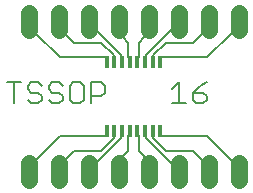
<source format=gtl>
G75*
G70*
%OFA0B0*%
%FSLAX24Y24*%
%IPPOS*%
%LPD*%
%AMOC8*
5,1,8,0,0,1.08239X$1,22.5*
%
%ADD10C,0.0060*%
%ADD11R,0.0120X0.0390*%
%ADD12C,0.0560*%
D10*
X001106Y001108D02*
X001366Y001508D01*
X002146Y002288D01*
X003706Y002288D01*
X003710Y002459D01*
X003966Y002459D02*
X003946Y002288D01*
X003946Y002228D01*
X003526Y001808D01*
X002626Y001808D01*
X002326Y001508D01*
X002106Y001108D01*
X003106Y001108D02*
X003346Y001388D01*
X004186Y002228D01*
X004186Y002288D01*
X004222Y002459D01*
X004478Y002459D02*
X004426Y002288D01*
X004426Y001808D01*
X004246Y001628D01*
X004106Y001108D01*
X004786Y001808D02*
X004966Y001628D01*
X005106Y001108D01*
X005866Y001388D02*
X006106Y001108D01*
X005866Y001388D02*
X005026Y002228D01*
X005026Y002288D01*
X004990Y002459D01*
X005246Y002459D02*
X005266Y002288D01*
X005266Y002228D01*
X005686Y001808D01*
X006586Y001808D01*
X006886Y001508D01*
X007106Y001108D01*
X007846Y001508D02*
X008106Y001108D01*
X007846Y001508D02*
X007066Y002288D01*
X005506Y002288D01*
X005502Y002459D01*
X004786Y002288D02*
X004734Y002459D01*
X004786Y002288D02*
X004786Y001808D01*
X005886Y003388D02*
X006353Y003388D01*
X006119Y003388D02*
X006119Y004089D01*
X005886Y003855D01*
X006586Y003738D02*
X006586Y003505D01*
X006702Y003388D01*
X006936Y003388D01*
X007053Y003505D01*
X007053Y003622D01*
X006936Y003738D01*
X006586Y003738D01*
X006819Y003972D01*
X007053Y004089D01*
X007066Y004928D02*
X007846Y005708D01*
X008106Y006108D01*
X007106Y006108D02*
X006886Y005708D01*
X006586Y005408D01*
X005686Y005408D01*
X005266Y004988D01*
X005266Y004928D01*
X005246Y004757D01*
X004990Y004757D02*
X005026Y004928D01*
X005026Y004988D01*
X005866Y005828D01*
X006106Y006108D01*
X005106Y006108D02*
X004966Y005588D01*
X004786Y005408D01*
X004786Y004928D01*
X004734Y004757D01*
X004478Y004757D02*
X004426Y004928D01*
X004426Y005408D01*
X004246Y005588D01*
X004106Y006108D01*
X003346Y005828D02*
X003106Y006108D01*
X003346Y005828D02*
X004186Y004988D01*
X004186Y004928D01*
X004222Y004757D01*
X003966Y004757D02*
X003946Y004928D01*
X003946Y004988D01*
X003526Y005408D01*
X002626Y005408D01*
X002326Y005708D01*
X002106Y006108D01*
X001366Y005708D02*
X001106Y006108D01*
X001366Y005708D02*
X002146Y004928D01*
X003706Y004928D01*
X003710Y004757D01*
X003535Y004089D02*
X003185Y004089D01*
X003185Y003388D01*
X002952Y003505D02*
X002952Y003972D01*
X002836Y004089D01*
X002602Y004089D01*
X002485Y003972D01*
X002485Y003505D01*
X002602Y003388D01*
X002836Y003388D01*
X002952Y003505D01*
X003185Y003622D02*
X003535Y003622D01*
X003652Y003738D01*
X003652Y003972D01*
X003535Y004089D01*
X002253Y003972D02*
X002136Y004089D01*
X001902Y004089D01*
X001786Y003972D01*
X001786Y003855D01*
X001902Y003738D01*
X002136Y003738D01*
X002253Y003622D01*
X002253Y003505D01*
X002136Y003388D01*
X001902Y003388D01*
X001786Y003505D01*
X001553Y003505D02*
X001436Y003388D01*
X001202Y003388D01*
X001086Y003505D01*
X001202Y003738D02*
X001436Y003738D01*
X001553Y003622D01*
X001553Y003505D01*
X001202Y003738D02*
X001086Y003855D01*
X001086Y003972D01*
X001202Y004089D01*
X001436Y004089D01*
X001553Y003972D01*
X000853Y004089D02*
X000386Y004089D01*
X000619Y004089D02*
X000619Y003388D01*
X005502Y004757D02*
X005506Y004928D01*
X007066Y004928D01*
D11*
X005502Y004757D03*
X005246Y004757D03*
X004990Y004757D03*
X004734Y004757D03*
X004478Y004757D03*
X004222Y004757D03*
X003966Y004757D03*
X003710Y004757D03*
X003710Y002459D03*
X003966Y002459D03*
X004222Y002459D03*
X004478Y002459D03*
X004734Y002459D03*
X004990Y002459D03*
X005246Y002459D03*
X005502Y002459D03*
D12*
X001106Y001388D02*
X001106Y000828D01*
X002106Y000828D02*
X002106Y001388D01*
X003106Y001388D02*
X003106Y000828D01*
X004106Y000828D02*
X004106Y001388D01*
X005106Y001388D02*
X005106Y000828D01*
X006106Y000828D02*
X006106Y001388D01*
X007106Y001388D02*
X007106Y000828D01*
X008106Y000828D02*
X008106Y001388D01*
X008106Y005828D02*
X008106Y006388D01*
X007106Y006388D02*
X007106Y005828D01*
X006106Y005828D02*
X006106Y006388D01*
X005106Y006388D02*
X005106Y005828D01*
X004106Y005828D02*
X004106Y006388D01*
X003106Y006388D02*
X003106Y005828D01*
X002106Y005828D02*
X002106Y006388D01*
X001106Y006388D02*
X001106Y005828D01*
M02*

</source>
